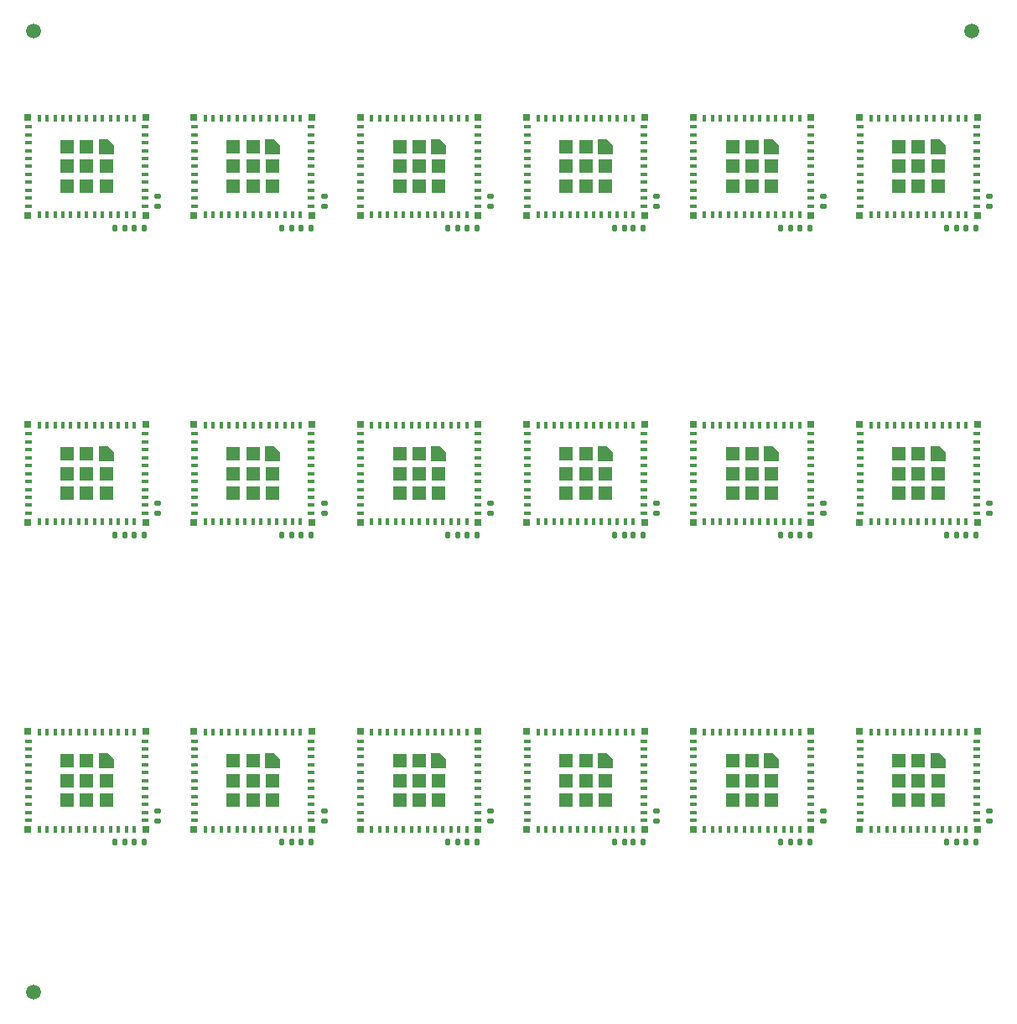
<source format=gbs>
G04 #@! TF.GenerationSoftware,KiCad,Pcbnew,6.0.11-2627ca5db0~126~ubuntu22.04.1*
G04 #@! TF.CreationDate,2023-04-06T22:24:34+02:00*
G04 #@! TF.ProjectId,panel,70616e65-6c2e-46b6-9963-61645f706362,rev?*
G04 #@! TF.SameCoordinates,Original*
G04 #@! TF.FileFunction,Soldermask,Bot*
G04 #@! TF.FilePolarity,Negative*
%FSLAX46Y46*%
G04 Gerber Fmt 4.6, Leading zero omitted, Abs format (unit mm)*
G04 Created by KiCad (PCBNEW 6.0.11-2627ca5db0~126~ubuntu22.04.1) date 2023-04-06 22:24:34*
%MOMM*%
%LPD*%
G01*
G04 APERTURE LIST*
G04 Aperture macros list*
%AMRoundRect*
0 Rectangle with rounded corners*
0 $1 Rounding radius*
0 $2 $3 $4 $5 $6 $7 $8 $9 X,Y pos of 4 corners*
0 Add a 4 corners polygon primitive as box body*
4,1,4,$2,$3,$4,$5,$6,$7,$8,$9,$2,$3,0*
0 Add four circle primitives for the rounded corners*
1,1,$1+$1,$2,$3*
1,1,$1+$1,$4,$5*
1,1,$1+$1,$6,$7*
1,1,$1+$1,$8,$9*
0 Add four rect primitives between the rounded corners*
20,1,$1+$1,$2,$3,$4,$5,0*
20,1,$1+$1,$4,$5,$6,$7,0*
20,1,$1+$1,$6,$7,$8,$9,0*
20,1,$1+$1,$8,$9,$2,$3,0*%
%AMOutline5P*
0 Free polygon, 5 corners , with rotation*
0 The origin of the aperture is its center*
0 number of corners: always 5*
0 $1 to $10 corner X, Y*
0 $11 Rotation angle, in degrees counterclockwise*
0 create outline with 5 corners*
4,1,5,$1,$2,$3,$4,$5,$6,$7,$8,$9,$10,$1,$2,$11*%
%AMOutline6P*
0 Free polygon, 6 corners , with rotation*
0 The origin of the aperture is its center*
0 number of corners: always 6*
0 $1 to $12 corner X, Y*
0 $13 Rotation angle, in degrees counterclockwise*
0 create outline with 6 corners*
4,1,6,$1,$2,$3,$4,$5,$6,$7,$8,$9,$10,$11,$12,$1,$2,$13*%
%AMOutline7P*
0 Free polygon, 7 corners , with rotation*
0 The origin of the aperture is its center*
0 number of corners: always 7*
0 $1 to $14 corner X, Y*
0 $15 Rotation angle, in degrees counterclockwise*
0 create outline with 7 corners*
4,1,7,$1,$2,$3,$4,$5,$6,$7,$8,$9,$10,$11,$12,$13,$14,$1,$2,$15*%
%AMOutline8P*
0 Free polygon, 8 corners , with rotation*
0 The origin of the aperture is its center*
0 number of corners: always 8*
0 $1 to $16 corner X, Y*
0 $17 Rotation angle, in degrees counterclockwise*
0 create outline with 8 corners*
4,1,8,$1,$2,$3,$4,$5,$6,$7,$8,$9,$10,$11,$12,$13,$14,$15,$16,$1,$2,$17*%
G04 Aperture macros list end*
%ADD10C,1.500000*%
%ADD11RoundRect,0.135000X-0.135000X-0.185000X0.135000X-0.185000X0.135000X0.185000X-0.135000X0.185000X0*%
%ADD12R,0.800000X0.400000*%
%ADD13R,0.400000X0.800000*%
%ADD14R,1.450000X1.450000*%
%ADD15Outline5P,-0.725000X0.725000X0.725000X0.725000X0.725000X-0.725000X-0.125004X-0.725000X-0.725000X-0.125004X180.000000*%
%ADD16R,0.700000X0.700000*%
%ADD17RoundRect,0.135000X0.135000X0.185000X-0.135000X0.185000X-0.135000X-0.185000X0.135000X-0.185000X0*%
%ADD18RoundRect,0.135000X0.185000X-0.135000X0.185000X0.135000X-0.185000X0.135000X-0.185000X-0.135000X0*%
G04 APERTURE END LIST*
D10*
G04 #@! TO.C,REF\u002A\u002A*
X97300000Y-1500000D03*
G04 #@! TD*
G04 #@! TO.C,REF\u002A\u002A*
X2500000Y-98500000D03*
G04 #@! TD*
G04 #@! TO.C,REF\u002A\u002A*
X2500000Y-1500000D03*
G04 #@! TD*
D11*
G04 #@! TO.C,R9*
X77980000Y-52340000D03*
X79000000Y-52340000D03*
G04 #@! TD*
G04 #@! TO.C,R9*
X94780000Y-52340000D03*
X95800000Y-52340000D03*
G04 #@! TD*
G04 #@! TO.C,R9*
X77980000Y-21340000D03*
X79000000Y-21340000D03*
G04 #@! TD*
G04 #@! TO.C,R9*
X44380000Y-83340000D03*
X45400000Y-83340000D03*
G04 #@! TD*
D12*
G04 #@! TO.C,U2*
X64200000Y-42140000D03*
X64200000Y-42940000D03*
X64200000Y-43740000D03*
X64200000Y-44540000D03*
X64200000Y-45340000D03*
X64200000Y-46140000D03*
X64200000Y-46940000D03*
X64200000Y-47740000D03*
X64200000Y-48540000D03*
X64200000Y-49340000D03*
X64200000Y-50140000D03*
D13*
X63100000Y-51040000D03*
X62300000Y-51040000D03*
X61500000Y-51040000D03*
X60700000Y-51040000D03*
X59900000Y-51040000D03*
X59100000Y-51040000D03*
X58300000Y-51040000D03*
X57500000Y-51040000D03*
X56700000Y-51040000D03*
X55900000Y-51040000D03*
X55100000Y-51040000D03*
X54300000Y-51040000D03*
X53500000Y-51040000D03*
D12*
X52400000Y-50140000D03*
X52400000Y-49340000D03*
X52400000Y-48540000D03*
X52400000Y-47740000D03*
X52400000Y-46940000D03*
X52400000Y-46140000D03*
X52400000Y-45340000D03*
X52400000Y-44540000D03*
X52400000Y-43740000D03*
X52400000Y-42940000D03*
X52400000Y-42140000D03*
D13*
X53500000Y-41240000D03*
X54300000Y-41240000D03*
X55100000Y-41240000D03*
X55900000Y-41240000D03*
X56700000Y-41240000D03*
X57500000Y-41240000D03*
X58300000Y-41240000D03*
X59100000Y-41240000D03*
X59900000Y-41240000D03*
X60700000Y-41240000D03*
X61500000Y-41240000D03*
X62300000Y-41240000D03*
X63100000Y-41240000D03*
D14*
X58300000Y-48115000D03*
X56325000Y-48115000D03*
X60275000Y-46140000D03*
X60275000Y-48115000D03*
X58300000Y-44165000D03*
X58300000Y-46140000D03*
D15*
X60275000Y-44165000D03*
D14*
X56325000Y-44165000D03*
X56325000Y-46140000D03*
D16*
X52350000Y-41190000D03*
X52350000Y-51090000D03*
X64250000Y-51090000D03*
X64250000Y-41190000D03*
G04 #@! TD*
D17*
G04 #@! TO.C,R8*
X13730000Y-21340000D03*
X12710000Y-21340000D03*
G04 #@! TD*
D12*
G04 #@! TO.C,U2*
X97800000Y-11140000D03*
X97800000Y-11940000D03*
X97800000Y-12740000D03*
X97800000Y-13540000D03*
X97800000Y-14340000D03*
X97800000Y-15140000D03*
X97800000Y-15940000D03*
X97800000Y-16740000D03*
X97800000Y-17540000D03*
X97800000Y-18340000D03*
X97800000Y-19140000D03*
D13*
X96700000Y-20040000D03*
X95900000Y-20040000D03*
X95100000Y-20040000D03*
X94300000Y-20040000D03*
X93500000Y-20040000D03*
X92700000Y-20040000D03*
X91900000Y-20040000D03*
X91100000Y-20040000D03*
X90300000Y-20040000D03*
X89500000Y-20040000D03*
X88700000Y-20040000D03*
X87900000Y-20040000D03*
X87100000Y-20040000D03*
D12*
X86000000Y-19140000D03*
X86000000Y-18340000D03*
X86000000Y-17540000D03*
X86000000Y-16740000D03*
X86000000Y-15940000D03*
X86000000Y-15140000D03*
X86000000Y-14340000D03*
X86000000Y-13540000D03*
X86000000Y-12740000D03*
X86000000Y-11940000D03*
X86000000Y-11140000D03*
D13*
X87100000Y-10240000D03*
X87900000Y-10240000D03*
X88700000Y-10240000D03*
X89500000Y-10240000D03*
X90300000Y-10240000D03*
X91100000Y-10240000D03*
X91900000Y-10240000D03*
X92700000Y-10240000D03*
X93500000Y-10240000D03*
X94300000Y-10240000D03*
X95100000Y-10240000D03*
X95900000Y-10240000D03*
X96700000Y-10240000D03*
D14*
X89925000Y-15140000D03*
X91900000Y-13165000D03*
X93875000Y-15140000D03*
X89925000Y-13165000D03*
X91900000Y-15140000D03*
D15*
X93875000Y-13165000D03*
D14*
X93875000Y-17115000D03*
X91900000Y-17115000D03*
X89925000Y-17115000D03*
D16*
X85950000Y-10190000D03*
X85950000Y-20090000D03*
X97850000Y-20090000D03*
X97850000Y-10190000D03*
G04 #@! TD*
D11*
G04 #@! TO.C,R9*
X10780000Y-21340000D03*
X11800000Y-21340000D03*
G04 #@! TD*
D12*
G04 #@! TO.C,U2*
X97800000Y-42140000D03*
X97800000Y-42940000D03*
X97800000Y-43740000D03*
X97800000Y-44540000D03*
X97800000Y-45340000D03*
X97800000Y-46140000D03*
X97800000Y-46940000D03*
X97800000Y-47740000D03*
X97800000Y-48540000D03*
X97800000Y-49340000D03*
X97800000Y-50140000D03*
D13*
X96700000Y-51040000D03*
X95900000Y-51040000D03*
X95100000Y-51040000D03*
X94300000Y-51040000D03*
X93500000Y-51040000D03*
X92700000Y-51040000D03*
X91900000Y-51040000D03*
X91100000Y-51040000D03*
X90300000Y-51040000D03*
X89500000Y-51040000D03*
X88700000Y-51040000D03*
X87900000Y-51040000D03*
X87100000Y-51040000D03*
D12*
X86000000Y-50140000D03*
X86000000Y-49340000D03*
X86000000Y-48540000D03*
X86000000Y-47740000D03*
X86000000Y-46940000D03*
X86000000Y-46140000D03*
X86000000Y-45340000D03*
X86000000Y-44540000D03*
X86000000Y-43740000D03*
X86000000Y-42940000D03*
X86000000Y-42140000D03*
D13*
X87100000Y-41240000D03*
X87900000Y-41240000D03*
X88700000Y-41240000D03*
X89500000Y-41240000D03*
X90300000Y-41240000D03*
X91100000Y-41240000D03*
X91900000Y-41240000D03*
X92700000Y-41240000D03*
X93500000Y-41240000D03*
X94300000Y-41240000D03*
X95100000Y-41240000D03*
X95900000Y-41240000D03*
X96700000Y-41240000D03*
D14*
X91900000Y-46140000D03*
X89925000Y-44165000D03*
X89925000Y-46140000D03*
X93875000Y-48115000D03*
X91900000Y-48115000D03*
X91900000Y-44165000D03*
X89925000Y-48115000D03*
D15*
X93875000Y-44165000D03*
D14*
X93875000Y-46140000D03*
D16*
X85950000Y-41190000D03*
X85950000Y-51090000D03*
X97850000Y-51090000D03*
X97850000Y-41190000D03*
G04 #@! TD*
D18*
G04 #@! TO.C,R14*
X82290000Y-50190000D03*
X82290000Y-49170000D03*
G04 #@! TD*
D12*
G04 #@! TO.C,U2*
X30600000Y-11140000D03*
X30600000Y-11940000D03*
X30600000Y-12740000D03*
X30600000Y-13540000D03*
X30600000Y-14340000D03*
X30600000Y-15140000D03*
X30600000Y-15940000D03*
X30600000Y-16740000D03*
X30600000Y-17540000D03*
X30600000Y-18340000D03*
X30600000Y-19140000D03*
D13*
X29500000Y-20040000D03*
X28700000Y-20040000D03*
X27900000Y-20040000D03*
X27100000Y-20040000D03*
X26300000Y-20040000D03*
X25500000Y-20040000D03*
X24700000Y-20040000D03*
X23900000Y-20040000D03*
X23100000Y-20040000D03*
X22300000Y-20040000D03*
X21500000Y-20040000D03*
X20700000Y-20040000D03*
X19900000Y-20040000D03*
D12*
X18800000Y-19140000D03*
X18800000Y-18340000D03*
X18800000Y-17540000D03*
X18800000Y-16740000D03*
X18800000Y-15940000D03*
X18800000Y-15140000D03*
X18800000Y-14340000D03*
X18800000Y-13540000D03*
X18800000Y-12740000D03*
X18800000Y-11940000D03*
X18800000Y-11140000D03*
D13*
X19900000Y-10240000D03*
X20700000Y-10240000D03*
X21500000Y-10240000D03*
X22300000Y-10240000D03*
X23100000Y-10240000D03*
X23900000Y-10240000D03*
X24700000Y-10240000D03*
X25500000Y-10240000D03*
X26300000Y-10240000D03*
X27100000Y-10240000D03*
X27900000Y-10240000D03*
X28700000Y-10240000D03*
X29500000Y-10240000D03*
D14*
X26675000Y-17115000D03*
X26675000Y-15140000D03*
X22725000Y-13165000D03*
X24700000Y-17115000D03*
X22725000Y-17115000D03*
X24700000Y-15140000D03*
X24700000Y-13165000D03*
D15*
X26675000Y-13165000D03*
D14*
X22725000Y-15140000D03*
D16*
X18750000Y-10190000D03*
X18750000Y-20090000D03*
X30650000Y-20090000D03*
X30650000Y-10190000D03*
G04 #@! TD*
D11*
G04 #@! TO.C,R9*
X94780000Y-83340000D03*
X95800000Y-83340000D03*
G04 #@! TD*
D18*
G04 #@! TO.C,R14*
X99090000Y-19190000D03*
X99090000Y-18170000D03*
G04 #@! TD*
D17*
G04 #@! TO.C,R8*
X30530000Y-21340000D03*
X29510000Y-21340000D03*
G04 #@! TD*
D18*
G04 #@! TO.C,R14*
X15090000Y-50190000D03*
X15090000Y-49170000D03*
G04 #@! TD*
D11*
G04 #@! TO.C,R9*
X27580000Y-83340000D03*
X28600000Y-83340000D03*
G04 #@! TD*
G04 #@! TO.C,R9*
X61180000Y-21340000D03*
X62200000Y-21340000D03*
G04 #@! TD*
D12*
G04 #@! TO.C,U2*
X30600000Y-73140000D03*
X30600000Y-73940000D03*
X30600000Y-74740000D03*
X30600000Y-75540000D03*
X30600000Y-76340000D03*
X30600000Y-77140000D03*
X30600000Y-77940000D03*
X30600000Y-78740000D03*
X30600000Y-79540000D03*
X30600000Y-80340000D03*
X30600000Y-81140000D03*
D13*
X29500000Y-82040000D03*
X28700000Y-82040000D03*
X27900000Y-82040000D03*
X27100000Y-82040000D03*
X26300000Y-82040000D03*
X25500000Y-82040000D03*
X24700000Y-82040000D03*
X23900000Y-82040000D03*
X23100000Y-82040000D03*
X22300000Y-82040000D03*
X21500000Y-82040000D03*
X20700000Y-82040000D03*
X19900000Y-82040000D03*
D12*
X18800000Y-81140000D03*
X18800000Y-80340000D03*
X18800000Y-79540000D03*
X18800000Y-78740000D03*
X18800000Y-77940000D03*
X18800000Y-77140000D03*
X18800000Y-76340000D03*
X18800000Y-75540000D03*
X18800000Y-74740000D03*
X18800000Y-73940000D03*
X18800000Y-73140000D03*
D13*
X19900000Y-72240000D03*
X20700000Y-72240000D03*
X21500000Y-72240000D03*
X22300000Y-72240000D03*
X23100000Y-72240000D03*
X23900000Y-72240000D03*
X24700000Y-72240000D03*
X25500000Y-72240000D03*
X26300000Y-72240000D03*
X27100000Y-72240000D03*
X27900000Y-72240000D03*
X28700000Y-72240000D03*
X29500000Y-72240000D03*
D15*
X26675000Y-75165000D03*
D14*
X22725000Y-79115000D03*
X24700000Y-77140000D03*
X26675000Y-77140000D03*
X26675000Y-79115000D03*
X22725000Y-75165000D03*
X24700000Y-79115000D03*
X22725000Y-77140000D03*
X24700000Y-75165000D03*
D16*
X18750000Y-72190000D03*
X18750000Y-82090000D03*
X30650000Y-82090000D03*
X30650000Y-72190000D03*
G04 #@! TD*
D18*
G04 #@! TO.C,R14*
X31890000Y-50190000D03*
X31890000Y-49170000D03*
G04 #@! TD*
G04 #@! TO.C,R14*
X48690000Y-19190000D03*
X48690000Y-18170000D03*
G04 #@! TD*
D12*
G04 #@! TO.C,U2*
X97800000Y-73140000D03*
X97800000Y-73940000D03*
X97800000Y-74740000D03*
X97800000Y-75540000D03*
X97800000Y-76340000D03*
X97800000Y-77140000D03*
X97800000Y-77940000D03*
X97800000Y-78740000D03*
X97800000Y-79540000D03*
X97800000Y-80340000D03*
X97800000Y-81140000D03*
D13*
X96700000Y-82040000D03*
X95900000Y-82040000D03*
X95100000Y-82040000D03*
X94300000Y-82040000D03*
X93500000Y-82040000D03*
X92700000Y-82040000D03*
X91900000Y-82040000D03*
X91100000Y-82040000D03*
X90300000Y-82040000D03*
X89500000Y-82040000D03*
X88700000Y-82040000D03*
X87900000Y-82040000D03*
X87100000Y-82040000D03*
D12*
X86000000Y-81140000D03*
X86000000Y-80340000D03*
X86000000Y-79540000D03*
X86000000Y-78740000D03*
X86000000Y-77940000D03*
X86000000Y-77140000D03*
X86000000Y-76340000D03*
X86000000Y-75540000D03*
X86000000Y-74740000D03*
X86000000Y-73940000D03*
X86000000Y-73140000D03*
D13*
X87100000Y-72240000D03*
X87900000Y-72240000D03*
X88700000Y-72240000D03*
X89500000Y-72240000D03*
X90300000Y-72240000D03*
X91100000Y-72240000D03*
X91900000Y-72240000D03*
X92700000Y-72240000D03*
X93500000Y-72240000D03*
X94300000Y-72240000D03*
X95100000Y-72240000D03*
X95900000Y-72240000D03*
X96700000Y-72240000D03*
D14*
X89925000Y-79115000D03*
X91900000Y-75165000D03*
X91900000Y-77140000D03*
X91900000Y-79115000D03*
X89925000Y-77140000D03*
X93875000Y-79115000D03*
X89925000Y-75165000D03*
X93875000Y-77140000D03*
D15*
X93875000Y-75165000D03*
D16*
X85950000Y-72190000D03*
X85950000Y-82090000D03*
X97850000Y-82090000D03*
X97850000Y-72190000D03*
G04 #@! TD*
D18*
G04 #@! TO.C,R14*
X48690000Y-50190000D03*
X48690000Y-49170000D03*
G04 #@! TD*
D17*
G04 #@! TO.C,R8*
X30530000Y-52340000D03*
X29510000Y-52340000D03*
G04 #@! TD*
D18*
G04 #@! TO.C,R14*
X99090000Y-50190000D03*
X99090000Y-49170000D03*
G04 #@! TD*
D11*
G04 #@! TO.C,R9*
X10780000Y-52340000D03*
X11800000Y-52340000D03*
G04 #@! TD*
D12*
G04 #@! TO.C,U2*
X47400000Y-42140000D03*
X47400000Y-42940000D03*
X47400000Y-43740000D03*
X47400000Y-44540000D03*
X47400000Y-45340000D03*
X47400000Y-46140000D03*
X47400000Y-46940000D03*
X47400000Y-47740000D03*
X47400000Y-48540000D03*
X47400000Y-49340000D03*
X47400000Y-50140000D03*
D13*
X46300000Y-51040000D03*
X45500000Y-51040000D03*
X44700000Y-51040000D03*
X43900000Y-51040000D03*
X43100000Y-51040000D03*
X42300000Y-51040000D03*
X41500000Y-51040000D03*
X40700000Y-51040000D03*
X39900000Y-51040000D03*
X39100000Y-51040000D03*
X38300000Y-51040000D03*
X37500000Y-51040000D03*
X36700000Y-51040000D03*
D12*
X35600000Y-50140000D03*
X35600000Y-49340000D03*
X35600000Y-48540000D03*
X35600000Y-47740000D03*
X35600000Y-46940000D03*
X35600000Y-46140000D03*
X35600000Y-45340000D03*
X35600000Y-44540000D03*
X35600000Y-43740000D03*
X35600000Y-42940000D03*
X35600000Y-42140000D03*
D13*
X36700000Y-41240000D03*
X37500000Y-41240000D03*
X38300000Y-41240000D03*
X39100000Y-41240000D03*
X39900000Y-41240000D03*
X40700000Y-41240000D03*
X41500000Y-41240000D03*
X42300000Y-41240000D03*
X43100000Y-41240000D03*
X43900000Y-41240000D03*
X44700000Y-41240000D03*
X45500000Y-41240000D03*
X46300000Y-41240000D03*
D14*
X43475000Y-46140000D03*
D15*
X43475000Y-44165000D03*
D14*
X41500000Y-44165000D03*
X41500000Y-48115000D03*
X39525000Y-46140000D03*
X43475000Y-48115000D03*
X39525000Y-44165000D03*
X39525000Y-48115000D03*
X41500000Y-46140000D03*
D16*
X35550000Y-41190000D03*
X35550000Y-51090000D03*
X47450000Y-51090000D03*
X47450000Y-41190000D03*
G04 #@! TD*
D12*
G04 #@! TO.C,U2*
X81000000Y-73140000D03*
X81000000Y-73940000D03*
X81000000Y-74740000D03*
X81000000Y-75540000D03*
X81000000Y-76340000D03*
X81000000Y-77140000D03*
X81000000Y-77940000D03*
X81000000Y-78740000D03*
X81000000Y-79540000D03*
X81000000Y-80340000D03*
X81000000Y-81140000D03*
D13*
X79900000Y-82040000D03*
X79100000Y-82040000D03*
X78300000Y-82040000D03*
X77500000Y-82040000D03*
X76700000Y-82040000D03*
X75900000Y-82040000D03*
X75100000Y-82040000D03*
X74300000Y-82040000D03*
X73500000Y-82040000D03*
X72700000Y-82040000D03*
X71900000Y-82040000D03*
X71100000Y-82040000D03*
X70300000Y-82040000D03*
D12*
X69200000Y-81140000D03*
X69200000Y-80340000D03*
X69200000Y-79540000D03*
X69200000Y-78740000D03*
X69200000Y-77940000D03*
X69200000Y-77140000D03*
X69200000Y-76340000D03*
X69200000Y-75540000D03*
X69200000Y-74740000D03*
X69200000Y-73940000D03*
X69200000Y-73140000D03*
D13*
X70300000Y-72240000D03*
X71100000Y-72240000D03*
X71900000Y-72240000D03*
X72700000Y-72240000D03*
X73500000Y-72240000D03*
X74300000Y-72240000D03*
X75100000Y-72240000D03*
X75900000Y-72240000D03*
X76700000Y-72240000D03*
X77500000Y-72240000D03*
X78300000Y-72240000D03*
X79100000Y-72240000D03*
X79900000Y-72240000D03*
D14*
X77075000Y-77140000D03*
X73125000Y-75165000D03*
X73125000Y-77140000D03*
X75100000Y-75165000D03*
X77075000Y-79115000D03*
X75100000Y-77140000D03*
X75100000Y-79115000D03*
X73125000Y-79115000D03*
D15*
X77075000Y-75165000D03*
D16*
X69150000Y-72190000D03*
X69150000Y-82090000D03*
X81050000Y-82090000D03*
X81050000Y-72190000D03*
G04 #@! TD*
D12*
G04 #@! TO.C,U2*
X81000000Y-11140000D03*
X81000000Y-11940000D03*
X81000000Y-12740000D03*
X81000000Y-13540000D03*
X81000000Y-14340000D03*
X81000000Y-15140000D03*
X81000000Y-15940000D03*
X81000000Y-16740000D03*
X81000000Y-17540000D03*
X81000000Y-18340000D03*
X81000000Y-19140000D03*
D13*
X79900000Y-20040000D03*
X79100000Y-20040000D03*
X78300000Y-20040000D03*
X77500000Y-20040000D03*
X76700000Y-20040000D03*
X75900000Y-20040000D03*
X75100000Y-20040000D03*
X74300000Y-20040000D03*
X73500000Y-20040000D03*
X72700000Y-20040000D03*
X71900000Y-20040000D03*
X71100000Y-20040000D03*
X70300000Y-20040000D03*
D12*
X69200000Y-19140000D03*
X69200000Y-18340000D03*
X69200000Y-17540000D03*
X69200000Y-16740000D03*
X69200000Y-15940000D03*
X69200000Y-15140000D03*
X69200000Y-14340000D03*
X69200000Y-13540000D03*
X69200000Y-12740000D03*
X69200000Y-11940000D03*
X69200000Y-11140000D03*
D13*
X70300000Y-10240000D03*
X71100000Y-10240000D03*
X71900000Y-10240000D03*
X72700000Y-10240000D03*
X73500000Y-10240000D03*
X74300000Y-10240000D03*
X75100000Y-10240000D03*
X75900000Y-10240000D03*
X76700000Y-10240000D03*
X77500000Y-10240000D03*
X78300000Y-10240000D03*
X79100000Y-10240000D03*
X79900000Y-10240000D03*
D14*
X73125000Y-17115000D03*
D15*
X77075000Y-13165000D03*
D14*
X77075000Y-17115000D03*
X75100000Y-15140000D03*
X75100000Y-13165000D03*
X73125000Y-13165000D03*
X77075000Y-15140000D03*
X73125000Y-15140000D03*
X75100000Y-17115000D03*
D16*
X69150000Y-10190000D03*
X69150000Y-20090000D03*
X81050000Y-20090000D03*
X81050000Y-10190000D03*
G04 #@! TD*
D18*
G04 #@! TO.C,R14*
X65490000Y-19190000D03*
X65490000Y-18170000D03*
G04 #@! TD*
D17*
G04 #@! TO.C,R8*
X47330000Y-83340000D03*
X46310000Y-83340000D03*
G04 #@! TD*
D18*
G04 #@! TO.C,R14*
X65490000Y-50190000D03*
X65490000Y-49170000D03*
G04 #@! TD*
D17*
G04 #@! TO.C,R8*
X47330000Y-52340000D03*
X46310000Y-52340000D03*
G04 #@! TD*
G04 #@! TO.C,R8*
X97730000Y-52340000D03*
X96710000Y-52340000D03*
G04 #@! TD*
D18*
G04 #@! TO.C,R14*
X48690000Y-81190000D03*
X48690000Y-80170000D03*
G04 #@! TD*
D12*
G04 #@! TO.C,U2*
X47400000Y-11140000D03*
X47400000Y-11940000D03*
X47400000Y-12740000D03*
X47400000Y-13540000D03*
X47400000Y-14340000D03*
X47400000Y-15140000D03*
X47400000Y-15940000D03*
X47400000Y-16740000D03*
X47400000Y-17540000D03*
X47400000Y-18340000D03*
X47400000Y-19140000D03*
D13*
X46300000Y-20040000D03*
X45500000Y-20040000D03*
X44700000Y-20040000D03*
X43900000Y-20040000D03*
X43100000Y-20040000D03*
X42300000Y-20040000D03*
X41500000Y-20040000D03*
X40700000Y-20040000D03*
X39900000Y-20040000D03*
X39100000Y-20040000D03*
X38300000Y-20040000D03*
X37500000Y-20040000D03*
X36700000Y-20040000D03*
D12*
X35600000Y-19140000D03*
X35600000Y-18340000D03*
X35600000Y-17540000D03*
X35600000Y-16740000D03*
X35600000Y-15940000D03*
X35600000Y-15140000D03*
X35600000Y-14340000D03*
X35600000Y-13540000D03*
X35600000Y-12740000D03*
X35600000Y-11940000D03*
X35600000Y-11140000D03*
D13*
X36700000Y-10240000D03*
X37500000Y-10240000D03*
X38300000Y-10240000D03*
X39100000Y-10240000D03*
X39900000Y-10240000D03*
X40700000Y-10240000D03*
X41500000Y-10240000D03*
X42300000Y-10240000D03*
X43100000Y-10240000D03*
X43900000Y-10240000D03*
X44700000Y-10240000D03*
X45500000Y-10240000D03*
X46300000Y-10240000D03*
D14*
X41500000Y-17115000D03*
X39525000Y-15140000D03*
X43475000Y-15140000D03*
X39525000Y-17115000D03*
X41500000Y-13165000D03*
D15*
X43475000Y-13165000D03*
D14*
X43475000Y-17115000D03*
X39525000Y-13165000D03*
X41500000Y-15140000D03*
D16*
X35550000Y-10190000D03*
X35550000Y-20090000D03*
X47450000Y-20090000D03*
X47450000Y-10190000D03*
G04 #@! TD*
D17*
G04 #@! TO.C,R8*
X13730000Y-83340000D03*
X12710000Y-83340000D03*
G04 #@! TD*
D18*
G04 #@! TO.C,R14*
X99090000Y-81190000D03*
X99090000Y-80170000D03*
G04 #@! TD*
D12*
G04 #@! TO.C,U2*
X13800000Y-42140000D03*
X13800000Y-42940000D03*
X13800000Y-43740000D03*
X13800000Y-44540000D03*
X13800000Y-45340000D03*
X13800000Y-46140000D03*
X13800000Y-46940000D03*
X13800000Y-47740000D03*
X13800000Y-48540000D03*
X13800000Y-49340000D03*
X13800000Y-50140000D03*
D13*
X12700000Y-51040000D03*
X11900000Y-51040000D03*
X11100000Y-51040000D03*
X10300000Y-51040000D03*
X9500000Y-51040000D03*
X8700000Y-51040000D03*
X7900000Y-51040000D03*
X7100000Y-51040000D03*
X6300000Y-51040000D03*
X5500000Y-51040000D03*
X4700000Y-51040000D03*
X3900000Y-51040000D03*
X3100000Y-51040000D03*
D12*
X2000000Y-50140000D03*
X2000000Y-49340000D03*
X2000000Y-48540000D03*
X2000000Y-47740000D03*
X2000000Y-46940000D03*
X2000000Y-46140000D03*
X2000000Y-45340000D03*
X2000000Y-44540000D03*
X2000000Y-43740000D03*
X2000000Y-42940000D03*
X2000000Y-42140000D03*
D13*
X3100000Y-41240000D03*
X3900000Y-41240000D03*
X4700000Y-41240000D03*
X5500000Y-41240000D03*
X6300000Y-41240000D03*
X7100000Y-41240000D03*
X7900000Y-41240000D03*
X8700000Y-41240000D03*
X9500000Y-41240000D03*
X10300000Y-41240000D03*
X11100000Y-41240000D03*
X11900000Y-41240000D03*
X12700000Y-41240000D03*
D15*
X9875000Y-44165000D03*
D14*
X7900000Y-46140000D03*
X5925000Y-46140000D03*
X5925000Y-48115000D03*
X9875000Y-46140000D03*
X9875000Y-48115000D03*
X7900000Y-48115000D03*
X7900000Y-44165000D03*
X5925000Y-44165000D03*
D16*
X1950000Y-41190000D03*
X1950000Y-51090000D03*
X13850000Y-51090000D03*
X13850000Y-41190000D03*
G04 #@! TD*
D17*
G04 #@! TO.C,R8*
X80930000Y-21340000D03*
X79910000Y-21340000D03*
G04 #@! TD*
D12*
G04 #@! TO.C,U2*
X64200000Y-73140000D03*
X64200000Y-73940000D03*
X64200000Y-74740000D03*
X64200000Y-75540000D03*
X64200000Y-76340000D03*
X64200000Y-77140000D03*
X64200000Y-77940000D03*
X64200000Y-78740000D03*
X64200000Y-79540000D03*
X64200000Y-80340000D03*
X64200000Y-81140000D03*
D13*
X63100000Y-82040000D03*
X62300000Y-82040000D03*
X61500000Y-82040000D03*
X60700000Y-82040000D03*
X59900000Y-82040000D03*
X59100000Y-82040000D03*
X58300000Y-82040000D03*
X57500000Y-82040000D03*
X56700000Y-82040000D03*
X55900000Y-82040000D03*
X55100000Y-82040000D03*
X54300000Y-82040000D03*
X53500000Y-82040000D03*
D12*
X52400000Y-81140000D03*
X52400000Y-80340000D03*
X52400000Y-79540000D03*
X52400000Y-78740000D03*
X52400000Y-77940000D03*
X52400000Y-77140000D03*
X52400000Y-76340000D03*
X52400000Y-75540000D03*
X52400000Y-74740000D03*
X52400000Y-73940000D03*
X52400000Y-73140000D03*
D13*
X53500000Y-72240000D03*
X54300000Y-72240000D03*
X55100000Y-72240000D03*
X55900000Y-72240000D03*
X56700000Y-72240000D03*
X57500000Y-72240000D03*
X58300000Y-72240000D03*
X59100000Y-72240000D03*
X59900000Y-72240000D03*
X60700000Y-72240000D03*
X61500000Y-72240000D03*
X62300000Y-72240000D03*
X63100000Y-72240000D03*
D14*
X60275000Y-77140000D03*
X58300000Y-79115000D03*
X58300000Y-77140000D03*
D15*
X60275000Y-75165000D03*
D14*
X56325000Y-75165000D03*
X58300000Y-75165000D03*
X56325000Y-77140000D03*
X56325000Y-79115000D03*
X60275000Y-79115000D03*
D16*
X52350000Y-72190000D03*
X52350000Y-82090000D03*
X64250000Y-82090000D03*
X64250000Y-72190000D03*
G04 #@! TD*
D17*
G04 #@! TO.C,R8*
X80930000Y-52340000D03*
X79910000Y-52340000D03*
G04 #@! TD*
G04 #@! TO.C,R8*
X30530000Y-83340000D03*
X29510000Y-83340000D03*
G04 #@! TD*
D18*
G04 #@! TO.C,R14*
X65490000Y-81190000D03*
X65490000Y-80170000D03*
G04 #@! TD*
D17*
G04 #@! TO.C,R8*
X97730000Y-83340000D03*
X96710000Y-83340000D03*
G04 #@! TD*
D12*
G04 #@! TO.C,U2*
X64200000Y-11140000D03*
X64200000Y-11940000D03*
X64200000Y-12740000D03*
X64200000Y-13540000D03*
X64200000Y-14340000D03*
X64200000Y-15140000D03*
X64200000Y-15940000D03*
X64200000Y-16740000D03*
X64200000Y-17540000D03*
X64200000Y-18340000D03*
X64200000Y-19140000D03*
D13*
X63100000Y-20040000D03*
X62300000Y-20040000D03*
X61500000Y-20040000D03*
X60700000Y-20040000D03*
X59900000Y-20040000D03*
X59100000Y-20040000D03*
X58300000Y-20040000D03*
X57500000Y-20040000D03*
X56700000Y-20040000D03*
X55900000Y-20040000D03*
X55100000Y-20040000D03*
X54300000Y-20040000D03*
X53500000Y-20040000D03*
D12*
X52400000Y-19140000D03*
X52400000Y-18340000D03*
X52400000Y-17540000D03*
X52400000Y-16740000D03*
X52400000Y-15940000D03*
X52400000Y-15140000D03*
X52400000Y-14340000D03*
X52400000Y-13540000D03*
X52400000Y-12740000D03*
X52400000Y-11940000D03*
X52400000Y-11140000D03*
D13*
X53500000Y-10240000D03*
X54300000Y-10240000D03*
X55100000Y-10240000D03*
X55900000Y-10240000D03*
X56700000Y-10240000D03*
X57500000Y-10240000D03*
X58300000Y-10240000D03*
X59100000Y-10240000D03*
X59900000Y-10240000D03*
X60700000Y-10240000D03*
X61500000Y-10240000D03*
X62300000Y-10240000D03*
X63100000Y-10240000D03*
D14*
X58300000Y-17115000D03*
X56325000Y-15140000D03*
X56325000Y-17115000D03*
X60275000Y-15140000D03*
X60275000Y-17115000D03*
X56325000Y-13165000D03*
X58300000Y-15140000D03*
D15*
X60275000Y-13165000D03*
D14*
X58300000Y-13165000D03*
D16*
X52350000Y-10190000D03*
X52350000Y-20090000D03*
X64250000Y-20090000D03*
X64250000Y-10190000D03*
G04 #@! TD*
D11*
G04 #@! TO.C,R9*
X61180000Y-83340000D03*
X62200000Y-83340000D03*
G04 #@! TD*
G04 #@! TO.C,R9*
X94780000Y-21340000D03*
X95800000Y-21340000D03*
G04 #@! TD*
G04 #@! TO.C,R9*
X44380000Y-21340000D03*
X45400000Y-21340000D03*
G04 #@! TD*
D17*
G04 #@! TO.C,R8*
X80930000Y-83340000D03*
X79910000Y-83340000D03*
G04 #@! TD*
D18*
G04 #@! TO.C,R14*
X15090000Y-81190000D03*
X15090000Y-80170000D03*
G04 #@! TD*
D17*
G04 #@! TO.C,R8*
X13730000Y-52340000D03*
X12710000Y-52340000D03*
G04 #@! TD*
D18*
G04 #@! TO.C,R14*
X82290000Y-81190000D03*
X82290000Y-80170000D03*
G04 #@! TD*
D17*
G04 #@! TO.C,R8*
X97730000Y-21340000D03*
X96710000Y-21340000D03*
G04 #@! TD*
D11*
G04 #@! TO.C,R9*
X61180000Y-52340000D03*
X62200000Y-52340000D03*
G04 #@! TD*
G04 #@! TO.C,R9*
X27580000Y-52340000D03*
X28600000Y-52340000D03*
G04 #@! TD*
G04 #@! TO.C,R9*
X77980000Y-83340000D03*
X79000000Y-83340000D03*
G04 #@! TD*
D17*
G04 #@! TO.C,R8*
X64130000Y-21340000D03*
X63110000Y-21340000D03*
G04 #@! TD*
D18*
G04 #@! TO.C,R14*
X31890000Y-19190000D03*
X31890000Y-18170000D03*
G04 #@! TD*
D12*
G04 #@! TO.C,U2*
X81000000Y-42140000D03*
X81000000Y-42940000D03*
X81000000Y-43740000D03*
X81000000Y-44540000D03*
X81000000Y-45340000D03*
X81000000Y-46140000D03*
X81000000Y-46940000D03*
X81000000Y-47740000D03*
X81000000Y-48540000D03*
X81000000Y-49340000D03*
X81000000Y-50140000D03*
D13*
X79900000Y-51040000D03*
X79100000Y-51040000D03*
X78300000Y-51040000D03*
X77500000Y-51040000D03*
X76700000Y-51040000D03*
X75900000Y-51040000D03*
X75100000Y-51040000D03*
X74300000Y-51040000D03*
X73500000Y-51040000D03*
X72700000Y-51040000D03*
X71900000Y-51040000D03*
X71100000Y-51040000D03*
X70300000Y-51040000D03*
D12*
X69200000Y-50140000D03*
X69200000Y-49340000D03*
X69200000Y-48540000D03*
X69200000Y-47740000D03*
X69200000Y-46940000D03*
X69200000Y-46140000D03*
X69200000Y-45340000D03*
X69200000Y-44540000D03*
X69200000Y-43740000D03*
X69200000Y-42940000D03*
X69200000Y-42140000D03*
D13*
X70300000Y-41240000D03*
X71100000Y-41240000D03*
X71900000Y-41240000D03*
X72700000Y-41240000D03*
X73500000Y-41240000D03*
X74300000Y-41240000D03*
X75100000Y-41240000D03*
X75900000Y-41240000D03*
X76700000Y-41240000D03*
X77500000Y-41240000D03*
X78300000Y-41240000D03*
X79100000Y-41240000D03*
X79900000Y-41240000D03*
D14*
X77075000Y-46140000D03*
X75100000Y-44165000D03*
D15*
X77075000Y-44165000D03*
D14*
X75100000Y-48115000D03*
X73125000Y-44165000D03*
X77075000Y-48115000D03*
X73125000Y-48115000D03*
X75100000Y-46140000D03*
X73125000Y-46140000D03*
D16*
X69150000Y-41190000D03*
X69150000Y-51090000D03*
X81050000Y-51090000D03*
X81050000Y-41190000D03*
G04 #@! TD*
D17*
G04 #@! TO.C,R8*
X64130000Y-52340000D03*
X63110000Y-52340000D03*
G04 #@! TD*
D12*
G04 #@! TO.C,U2*
X13800000Y-11140000D03*
X13800000Y-11940000D03*
X13800000Y-12740000D03*
X13800000Y-13540000D03*
X13800000Y-14340000D03*
X13800000Y-15140000D03*
X13800000Y-15940000D03*
X13800000Y-16740000D03*
X13800000Y-17540000D03*
X13800000Y-18340000D03*
X13800000Y-19140000D03*
D13*
X12700000Y-20040000D03*
X11900000Y-20040000D03*
X11100000Y-20040000D03*
X10300000Y-20040000D03*
X9500000Y-20040000D03*
X8700000Y-20040000D03*
X7900000Y-20040000D03*
X7100000Y-20040000D03*
X6300000Y-20040000D03*
X5500000Y-20040000D03*
X4700000Y-20040000D03*
X3900000Y-20040000D03*
X3100000Y-20040000D03*
D12*
X2000000Y-19140000D03*
X2000000Y-18340000D03*
X2000000Y-17540000D03*
X2000000Y-16740000D03*
X2000000Y-15940000D03*
X2000000Y-15140000D03*
X2000000Y-14340000D03*
X2000000Y-13540000D03*
X2000000Y-12740000D03*
X2000000Y-11940000D03*
X2000000Y-11140000D03*
D13*
X3100000Y-10240000D03*
X3900000Y-10240000D03*
X4700000Y-10240000D03*
X5500000Y-10240000D03*
X6300000Y-10240000D03*
X7100000Y-10240000D03*
X7900000Y-10240000D03*
X8700000Y-10240000D03*
X9500000Y-10240000D03*
X10300000Y-10240000D03*
X11100000Y-10240000D03*
X11900000Y-10240000D03*
X12700000Y-10240000D03*
D14*
X9875000Y-17115000D03*
X7900000Y-15140000D03*
X7900000Y-13165000D03*
X5925000Y-15140000D03*
D15*
X9875000Y-13165000D03*
D14*
X5925000Y-17115000D03*
X5925000Y-13165000D03*
X9875000Y-15140000D03*
X7900000Y-17115000D03*
D16*
X1950000Y-10190000D03*
X1950000Y-20090000D03*
X13850000Y-20090000D03*
X13850000Y-10190000D03*
G04 #@! TD*
D12*
G04 #@! TO.C,U2*
X47400000Y-73140000D03*
X47400000Y-73940000D03*
X47400000Y-74740000D03*
X47400000Y-75540000D03*
X47400000Y-76340000D03*
X47400000Y-77140000D03*
X47400000Y-77940000D03*
X47400000Y-78740000D03*
X47400000Y-79540000D03*
X47400000Y-80340000D03*
X47400000Y-81140000D03*
D13*
X46300000Y-82040000D03*
X45500000Y-82040000D03*
X44700000Y-82040000D03*
X43900000Y-82040000D03*
X43100000Y-82040000D03*
X42300000Y-82040000D03*
X41500000Y-82040000D03*
X40700000Y-82040000D03*
X39900000Y-82040000D03*
X39100000Y-82040000D03*
X38300000Y-82040000D03*
X37500000Y-82040000D03*
X36700000Y-82040000D03*
D12*
X35600000Y-81140000D03*
X35600000Y-80340000D03*
X35600000Y-79540000D03*
X35600000Y-78740000D03*
X35600000Y-77940000D03*
X35600000Y-77140000D03*
X35600000Y-76340000D03*
X35600000Y-75540000D03*
X35600000Y-74740000D03*
X35600000Y-73940000D03*
X35600000Y-73140000D03*
D13*
X36700000Y-72240000D03*
X37500000Y-72240000D03*
X38300000Y-72240000D03*
X39100000Y-72240000D03*
X39900000Y-72240000D03*
X40700000Y-72240000D03*
X41500000Y-72240000D03*
X42300000Y-72240000D03*
X43100000Y-72240000D03*
X43900000Y-72240000D03*
X44700000Y-72240000D03*
X45500000Y-72240000D03*
X46300000Y-72240000D03*
D14*
X43475000Y-77140000D03*
X41500000Y-77140000D03*
X41500000Y-75165000D03*
X41500000Y-79115000D03*
X39525000Y-75165000D03*
X39525000Y-77140000D03*
X39525000Y-79115000D03*
X43475000Y-79115000D03*
D15*
X43475000Y-75165000D03*
D16*
X35550000Y-72190000D03*
X35550000Y-82090000D03*
X47450000Y-82090000D03*
X47450000Y-72190000D03*
G04 #@! TD*
D11*
G04 #@! TO.C,R9*
X27580000Y-21340000D03*
X28600000Y-21340000D03*
G04 #@! TD*
D12*
G04 #@! TO.C,U2*
X13800000Y-73140000D03*
X13800000Y-73940000D03*
X13800000Y-74740000D03*
X13800000Y-75540000D03*
X13800000Y-76340000D03*
X13800000Y-77140000D03*
X13800000Y-77940000D03*
X13800000Y-78740000D03*
X13800000Y-79540000D03*
X13800000Y-80340000D03*
X13800000Y-81140000D03*
D13*
X12700000Y-82040000D03*
X11900000Y-82040000D03*
X11100000Y-82040000D03*
X10300000Y-82040000D03*
X9500000Y-82040000D03*
X8700000Y-82040000D03*
X7900000Y-82040000D03*
X7100000Y-82040000D03*
X6300000Y-82040000D03*
X5500000Y-82040000D03*
X4700000Y-82040000D03*
X3900000Y-82040000D03*
X3100000Y-82040000D03*
D12*
X2000000Y-81140000D03*
X2000000Y-80340000D03*
X2000000Y-79540000D03*
X2000000Y-78740000D03*
X2000000Y-77940000D03*
X2000000Y-77140000D03*
X2000000Y-76340000D03*
X2000000Y-75540000D03*
X2000000Y-74740000D03*
X2000000Y-73940000D03*
X2000000Y-73140000D03*
D13*
X3100000Y-72240000D03*
X3900000Y-72240000D03*
X4700000Y-72240000D03*
X5500000Y-72240000D03*
X6300000Y-72240000D03*
X7100000Y-72240000D03*
X7900000Y-72240000D03*
X8700000Y-72240000D03*
X9500000Y-72240000D03*
X10300000Y-72240000D03*
X11100000Y-72240000D03*
X11900000Y-72240000D03*
X12700000Y-72240000D03*
D14*
X5925000Y-77140000D03*
X5925000Y-79115000D03*
X7900000Y-77140000D03*
X5925000Y-75165000D03*
X9875000Y-79115000D03*
X9875000Y-77140000D03*
D15*
X9875000Y-75165000D03*
D14*
X7900000Y-75165000D03*
X7900000Y-79115000D03*
D16*
X1950000Y-72190000D03*
X1950000Y-82090000D03*
X13850000Y-82090000D03*
X13850000Y-72190000D03*
G04 #@! TD*
D11*
G04 #@! TO.C,R9*
X44380000Y-52340000D03*
X45400000Y-52340000D03*
G04 #@! TD*
D12*
G04 #@! TO.C,U2*
X30600000Y-42140000D03*
X30600000Y-42940000D03*
X30600000Y-43740000D03*
X30600000Y-44540000D03*
X30600000Y-45340000D03*
X30600000Y-46140000D03*
X30600000Y-46940000D03*
X30600000Y-47740000D03*
X30600000Y-48540000D03*
X30600000Y-49340000D03*
X30600000Y-50140000D03*
D13*
X29500000Y-51040000D03*
X28700000Y-51040000D03*
X27900000Y-51040000D03*
X27100000Y-51040000D03*
X26300000Y-51040000D03*
X25500000Y-51040000D03*
X24700000Y-51040000D03*
X23900000Y-51040000D03*
X23100000Y-51040000D03*
X22300000Y-51040000D03*
X21500000Y-51040000D03*
X20700000Y-51040000D03*
X19900000Y-51040000D03*
D12*
X18800000Y-50140000D03*
X18800000Y-49340000D03*
X18800000Y-48540000D03*
X18800000Y-47740000D03*
X18800000Y-46940000D03*
X18800000Y-46140000D03*
X18800000Y-45340000D03*
X18800000Y-44540000D03*
X18800000Y-43740000D03*
X18800000Y-42940000D03*
X18800000Y-42140000D03*
D13*
X19900000Y-41240000D03*
X20700000Y-41240000D03*
X21500000Y-41240000D03*
X22300000Y-41240000D03*
X23100000Y-41240000D03*
X23900000Y-41240000D03*
X24700000Y-41240000D03*
X25500000Y-41240000D03*
X26300000Y-41240000D03*
X27100000Y-41240000D03*
X27900000Y-41240000D03*
X28700000Y-41240000D03*
X29500000Y-41240000D03*
D14*
X22725000Y-48115000D03*
X26675000Y-48115000D03*
D15*
X26675000Y-44165000D03*
D14*
X26675000Y-46140000D03*
X24700000Y-46140000D03*
X22725000Y-44165000D03*
X24700000Y-44165000D03*
X22725000Y-46140000D03*
X24700000Y-48115000D03*
D16*
X18750000Y-41190000D03*
X18750000Y-51090000D03*
X30650000Y-51090000D03*
X30650000Y-41190000D03*
G04 #@! TD*
D18*
G04 #@! TO.C,R14*
X31890000Y-81190000D03*
X31890000Y-80170000D03*
G04 #@! TD*
D11*
G04 #@! TO.C,R9*
X10780000Y-83340000D03*
X11800000Y-83340000D03*
G04 #@! TD*
D18*
G04 #@! TO.C,R14*
X15090000Y-19190000D03*
X15090000Y-18170000D03*
G04 #@! TD*
D17*
G04 #@! TO.C,R8*
X64130000Y-83340000D03*
X63110000Y-83340000D03*
G04 #@! TD*
D18*
G04 #@! TO.C,R14*
X82290000Y-19190000D03*
X82290000Y-18170000D03*
G04 #@! TD*
D17*
G04 #@! TO.C,R8*
X47330000Y-21340000D03*
X46310000Y-21340000D03*
G04 #@! TD*
M02*

</source>
